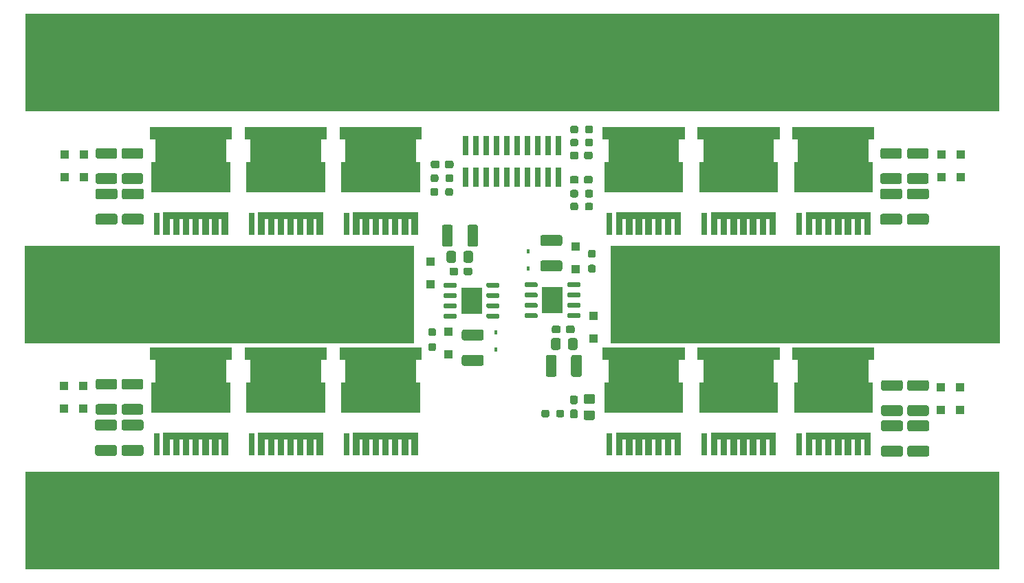
<source format=gts>
G04 #@! TF.GenerationSoftware,KiCad,Pcbnew,5.1.9*
G04 #@! TF.CreationDate,2021-04-12T02:39:58-03:00*
G04 #@! TF.ProjectId,Switches,53776974-6368-4657-932e-6b696361645f,rev?*
G04 #@! TF.SameCoordinates,Original*
G04 #@! TF.FileFunction,Soldermask,Top*
G04 #@! TF.FilePolarity,Negative*
%FSLAX46Y46*%
G04 Gerber Fmt 4.6, Leading zero omitted, Abs format (unit mm)*
G04 Created by KiCad (PCBNEW 5.1.9) date 2021-04-12 02:39:58*
%MOMM*%
%LPD*%
G01*
G04 APERTURE LIST*
%ADD10R,0.800000X2.800000*%
%ADD11C,0.100000*%
%ADD12R,1.100000X1.100000*%
%ADD13R,120.000000X12.000000*%
%ADD14C,5.000000*%
%ADD15R,48.000000X12.000000*%
%ADD16R,2.514000X3.200000*%
%ADD17R,0.450000X0.600000*%
%ADD18R,0.740000X2.400000*%
G04 APERTURE END LIST*
D10*
X197600000Y-119900000D03*
D11*
G36*
X206400000Y-118500000D02*
G01*
X206400000Y-121300000D01*
X205600000Y-121300000D01*
X205600000Y-119300000D01*
X205200000Y-119300000D01*
X205200000Y-121300000D01*
X204400000Y-121300000D01*
X204400000Y-119300000D01*
X204000000Y-119300000D01*
X204000000Y-121300000D01*
X203200000Y-121300000D01*
X203200000Y-119300000D01*
X202800000Y-119300000D01*
X202800000Y-121300000D01*
X202000000Y-121300000D01*
X202000000Y-119300000D01*
X201600000Y-119300000D01*
X201600000Y-121300000D01*
X200800000Y-121300000D01*
X200800000Y-119300000D01*
X200400000Y-119300000D01*
X200400000Y-121300000D01*
X199600000Y-121300000D01*
X199600000Y-119300000D01*
X199200000Y-119300000D01*
X199200000Y-121300000D01*
X198400000Y-121300000D01*
X198400000Y-118500000D01*
X206400000Y-118500000D01*
G37*
G36*
X206850000Y-108000000D02*
G01*
X206850000Y-109500000D01*
X206150000Y-109500000D01*
X206150000Y-112300000D01*
X206650000Y-112300000D01*
X206650000Y-116000000D01*
X196950000Y-116000000D01*
X196950000Y-112300000D01*
X197450000Y-112300000D01*
X197450000Y-109500000D01*
X196750000Y-109500000D01*
X196750000Y-108000000D01*
X206850000Y-108000000D01*
G37*
D10*
X185925000Y-119900000D03*
D11*
G36*
X194725000Y-118500000D02*
G01*
X194725000Y-121300000D01*
X193925000Y-121300000D01*
X193925000Y-119300000D01*
X193525000Y-119300000D01*
X193525000Y-121300000D01*
X192725000Y-121300000D01*
X192725000Y-119300000D01*
X192325000Y-119300000D01*
X192325000Y-121300000D01*
X191525000Y-121300000D01*
X191525000Y-119300000D01*
X191125000Y-119300000D01*
X191125000Y-121300000D01*
X190325000Y-121300000D01*
X190325000Y-119300000D01*
X189925000Y-119300000D01*
X189925000Y-121300000D01*
X189125000Y-121300000D01*
X189125000Y-119300000D01*
X188725000Y-119300000D01*
X188725000Y-121300000D01*
X187925000Y-121300000D01*
X187925000Y-119300000D01*
X187525000Y-119300000D01*
X187525000Y-121300000D01*
X186725000Y-121300000D01*
X186725000Y-118500000D01*
X194725000Y-118500000D01*
G37*
G36*
X195175000Y-108000000D02*
G01*
X195175000Y-109500000D01*
X194475000Y-109500000D01*
X194475000Y-112300000D01*
X194975000Y-112300000D01*
X194975000Y-116000000D01*
X185275000Y-116000000D01*
X185275000Y-112300000D01*
X185775000Y-112300000D01*
X185775000Y-109500000D01*
X185075000Y-109500000D01*
X185075000Y-108000000D01*
X195175000Y-108000000D01*
G37*
D10*
X174250000Y-119900000D03*
D11*
G36*
X183050000Y-118500000D02*
G01*
X183050000Y-121300000D01*
X182250000Y-121300000D01*
X182250000Y-119300000D01*
X181850000Y-119300000D01*
X181850000Y-121300000D01*
X181050000Y-121300000D01*
X181050000Y-119300000D01*
X180650000Y-119300000D01*
X180650000Y-121300000D01*
X179850000Y-121300000D01*
X179850000Y-119300000D01*
X179450000Y-119300000D01*
X179450000Y-121300000D01*
X178650000Y-121300000D01*
X178650000Y-119300000D01*
X178250000Y-119300000D01*
X178250000Y-121300000D01*
X177450000Y-121300000D01*
X177450000Y-119300000D01*
X177050000Y-119300000D01*
X177050000Y-121300000D01*
X176250000Y-121300000D01*
X176250000Y-119300000D01*
X175850000Y-119300000D01*
X175850000Y-121300000D01*
X175050000Y-121300000D01*
X175050000Y-118500000D01*
X183050000Y-118500000D01*
G37*
G36*
X183500000Y-108000000D02*
G01*
X183500000Y-109500000D01*
X182800000Y-109500000D01*
X182800000Y-112300000D01*
X183300000Y-112300000D01*
X183300000Y-116000000D01*
X173600000Y-116000000D01*
X173600000Y-112300000D01*
X174100000Y-112300000D01*
X174100000Y-109500000D01*
X173400000Y-109500000D01*
X173400000Y-108000000D01*
X183500000Y-108000000D01*
G37*
D10*
X141850000Y-119900000D03*
D11*
G36*
X150650000Y-118500000D02*
G01*
X150650000Y-121300000D01*
X149850000Y-121300000D01*
X149850000Y-119300000D01*
X149450000Y-119300000D01*
X149450000Y-121300000D01*
X148650000Y-121300000D01*
X148650000Y-119300000D01*
X148250000Y-119300000D01*
X148250000Y-121300000D01*
X147450000Y-121300000D01*
X147450000Y-119300000D01*
X147050000Y-119300000D01*
X147050000Y-121300000D01*
X146250000Y-121300000D01*
X146250000Y-119300000D01*
X145850000Y-119300000D01*
X145850000Y-121300000D01*
X145050000Y-121300000D01*
X145050000Y-119300000D01*
X144650000Y-119300000D01*
X144650000Y-121300000D01*
X143850000Y-121300000D01*
X143850000Y-119300000D01*
X143450000Y-119300000D01*
X143450000Y-121300000D01*
X142650000Y-121300000D01*
X142650000Y-118500000D01*
X150650000Y-118500000D01*
G37*
G36*
X151100000Y-108000000D02*
G01*
X151100000Y-109500000D01*
X150400000Y-109500000D01*
X150400000Y-112300000D01*
X150900000Y-112300000D01*
X150900000Y-116000000D01*
X141200000Y-116000000D01*
X141200000Y-112300000D01*
X141700000Y-112300000D01*
X141700000Y-109500000D01*
X141000000Y-109500000D01*
X141000000Y-108000000D01*
X151100000Y-108000000D01*
G37*
D10*
X130175000Y-119900000D03*
D11*
G36*
X138975000Y-118500000D02*
G01*
X138975000Y-121300000D01*
X138175000Y-121300000D01*
X138175000Y-119300000D01*
X137775000Y-119300000D01*
X137775000Y-121300000D01*
X136975000Y-121300000D01*
X136975000Y-119300000D01*
X136575000Y-119300000D01*
X136575000Y-121300000D01*
X135775000Y-121300000D01*
X135775000Y-119300000D01*
X135375000Y-119300000D01*
X135375000Y-121300000D01*
X134575000Y-121300000D01*
X134575000Y-119300000D01*
X134175000Y-119300000D01*
X134175000Y-121300000D01*
X133375000Y-121300000D01*
X133375000Y-119300000D01*
X132975000Y-119300000D01*
X132975000Y-121300000D01*
X132175000Y-121300000D01*
X132175000Y-119300000D01*
X131775000Y-119300000D01*
X131775000Y-121300000D01*
X130975000Y-121300000D01*
X130975000Y-118500000D01*
X138975000Y-118500000D01*
G37*
G36*
X139425000Y-108000000D02*
G01*
X139425000Y-109500000D01*
X138725000Y-109500000D01*
X138725000Y-112300000D01*
X139225000Y-112300000D01*
X139225000Y-116000000D01*
X129525000Y-116000000D01*
X129525000Y-112300000D01*
X130025000Y-112300000D01*
X130025000Y-109500000D01*
X129325000Y-109500000D01*
X129325000Y-108000000D01*
X139425000Y-108000000D01*
G37*
D10*
X118500000Y-119900000D03*
D11*
G36*
X127300000Y-118500000D02*
G01*
X127300000Y-121300000D01*
X126500000Y-121300000D01*
X126500000Y-119300000D01*
X126100000Y-119300000D01*
X126100000Y-121300000D01*
X125300000Y-121300000D01*
X125300000Y-119300000D01*
X124900000Y-119300000D01*
X124900000Y-121300000D01*
X124100000Y-121300000D01*
X124100000Y-119300000D01*
X123700000Y-119300000D01*
X123700000Y-121300000D01*
X122900000Y-121300000D01*
X122900000Y-119300000D01*
X122500000Y-119300000D01*
X122500000Y-121300000D01*
X121700000Y-121300000D01*
X121700000Y-119300000D01*
X121300000Y-119300000D01*
X121300000Y-121300000D01*
X120500000Y-121300000D01*
X120500000Y-119300000D01*
X120100000Y-119300000D01*
X120100000Y-121300000D01*
X119300000Y-121300000D01*
X119300000Y-118500000D01*
X127300000Y-118500000D01*
G37*
G36*
X127750000Y-108000000D02*
G01*
X127750000Y-109500000D01*
X127050000Y-109500000D01*
X127050000Y-112300000D01*
X127550000Y-112300000D01*
X127550000Y-116000000D01*
X117850000Y-116000000D01*
X117850000Y-112300000D01*
X118350000Y-112300000D01*
X118350000Y-109500000D01*
X117650000Y-109500000D01*
X117650000Y-108000000D01*
X127750000Y-108000000D01*
G37*
D10*
X197600000Y-92700000D03*
D11*
G36*
X206400000Y-91300000D02*
G01*
X206400000Y-94100000D01*
X205600000Y-94100000D01*
X205600000Y-92100000D01*
X205200000Y-92100000D01*
X205200000Y-94100000D01*
X204400000Y-94100000D01*
X204400000Y-92100000D01*
X204000000Y-92100000D01*
X204000000Y-94100000D01*
X203200000Y-94100000D01*
X203200000Y-92100000D01*
X202800000Y-92100000D01*
X202800000Y-94100000D01*
X202000000Y-94100000D01*
X202000000Y-92100000D01*
X201600000Y-92100000D01*
X201600000Y-94100000D01*
X200800000Y-94100000D01*
X200800000Y-92100000D01*
X200400000Y-92100000D01*
X200400000Y-94100000D01*
X199600000Y-94100000D01*
X199600000Y-92100000D01*
X199200000Y-92100000D01*
X199200000Y-94100000D01*
X198400000Y-94100000D01*
X198400000Y-91300000D01*
X206400000Y-91300000D01*
G37*
G36*
X206850000Y-80800000D02*
G01*
X206850000Y-82300000D01*
X206150000Y-82300000D01*
X206150000Y-85100000D01*
X206650000Y-85100000D01*
X206650000Y-88800000D01*
X196950000Y-88800000D01*
X196950000Y-85100000D01*
X197450000Y-85100000D01*
X197450000Y-82300000D01*
X196750000Y-82300000D01*
X196750000Y-80800000D01*
X206850000Y-80800000D01*
G37*
D10*
X185925000Y-92700000D03*
D11*
G36*
X194725000Y-91300000D02*
G01*
X194725000Y-94100000D01*
X193925000Y-94100000D01*
X193925000Y-92100000D01*
X193525000Y-92100000D01*
X193525000Y-94100000D01*
X192725000Y-94100000D01*
X192725000Y-92100000D01*
X192325000Y-92100000D01*
X192325000Y-94100000D01*
X191525000Y-94100000D01*
X191525000Y-92100000D01*
X191125000Y-92100000D01*
X191125000Y-94100000D01*
X190325000Y-94100000D01*
X190325000Y-92100000D01*
X189925000Y-92100000D01*
X189925000Y-94100000D01*
X189125000Y-94100000D01*
X189125000Y-92100000D01*
X188725000Y-92100000D01*
X188725000Y-94100000D01*
X187925000Y-94100000D01*
X187925000Y-92100000D01*
X187525000Y-92100000D01*
X187525000Y-94100000D01*
X186725000Y-94100000D01*
X186725000Y-91300000D01*
X194725000Y-91300000D01*
G37*
G36*
X195175000Y-80800000D02*
G01*
X195175000Y-82300000D01*
X194475000Y-82300000D01*
X194475000Y-85100000D01*
X194975000Y-85100000D01*
X194975000Y-88800000D01*
X185275000Y-88800000D01*
X185275000Y-85100000D01*
X185775000Y-85100000D01*
X185775000Y-82300000D01*
X185075000Y-82300000D01*
X185075000Y-80800000D01*
X195175000Y-80800000D01*
G37*
D10*
X174250000Y-92700000D03*
D11*
G36*
X183050000Y-91300000D02*
G01*
X183050000Y-94100000D01*
X182250000Y-94100000D01*
X182250000Y-92100000D01*
X181850000Y-92100000D01*
X181850000Y-94100000D01*
X181050000Y-94100000D01*
X181050000Y-92100000D01*
X180650000Y-92100000D01*
X180650000Y-94100000D01*
X179850000Y-94100000D01*
X179850000Y-92100000D01*
X179450000Y-92100000D01*
X179450000Y-94100000D01*
X178650000Y-94100000D01*
X178650000Y-92100000D01*
X178250000Y-92100000D01*
X178250000Y-94100000D01*
X177450000Y-94100000D01*
X177450000Y-92100000D01*
X177050000Y-92100000D01*
X177050000Y-94100000D01*
X176250000Y-94100000D01*
X176250000Y-92100000D01*
X175850000Y-92100000D01*
X175850000Y-94100000D01*
X175050000Y-94100000D01*
X175050000Y-91300000D01*
X183050000Y-91300000D01*
G37*
G36*
X183500000Y-80800000D02*
G01*
X183500000Y-82300000D01*
X182800000Y-82300000D01*
X182800000Y-85100000D01*
X183300000Y-85100000D01*
X183300000Y-88800000D01*
X173600000Y-88800000D01*
X173600000Y-85100000D01*
X174100000Y-85100000D01*
X174100000Y-82300000D01*
X173400000Y-82300000D01*
X173400000Y-80800000D01*
X183500000Y-80800000D01*
G37*
D10*
X141850000Y-92700000D03*
D11*
G36*
X150650000Y-91300000D02*
G01*
X150650000Y-94100000D01*
X149850000Y-94100000D01*
X149850000Y-92100000D01*
X149450000Y-92100000D01*
X149450000Y-94100000D01*
X148650000Y-94100000D01*
X148650000Y-92100000D01*
X148250000Y-92100000D01*
X148250000Y-94100000D01*
X147450000Y-94100000D01*
X147450000Y-92100000D01*
X147050000Y-92100000D01*
X147050000Y-94100000D01*
X146250000Y-94100000D01*
X146250000Y-92100000D01*
X145850000Y-92100000D01*
X145850000Y-94100000D01*
X145050000Y-94100000D01*
X145050000Y-92100000D01*
X144650000Y-92100000D01*
X144650000Y-94100000D01*
X143850000Y-94100000D01*
X143850000Y-92100000D01*
X143450000Y-92100000D01*
X143450000Y-94100000D01*
X142650000Y-94100000D01*
X142650000Y-91300000D01*
X150650000Y-91300000D01*
G37*
G36*
X151100000Y-80800000D02*
G01*
X151100000Y-82300000D01*
X150400000Y-82300000D01*
X150400000Y-85100000D01*
X150900000Y-85100000D01*
X150900000Y-88800000D01*
X141200000Y-88800000D01*
X141200000Y-85100000D01*
X141700000Y-85100000D01*
X141700000Y-82300000D01*
X141000000Y-82300000D01*
X141000000Y-80800000D01*
X151100000Y-80800000D01*
G37*
D10*
X130175000Y-92700000D03*
D11*
G36*
X138975000Y-91300000D02*
G01*
X138975000Y-94100000D01*
X138175000Y-94100000D01*
X138175000Y-92100000D01*
X137775000Y-92100000D01*
X137775000Y-94100000D01*
X136975000Y-94100000D01*
X136975000Y-92100000D01*
X136575000Y-92100000D01*
X136575000Y-94100000D01*
X135775000Y-94100000D01*
X135775000Y-92100000D01*
X135375000Y-92100000D01*
X135375000Y-94100000D01*
X134575000Y-94100000D01*
X134575000Y-92100000D01*
X134175000Y-92100000D01*
X134175000Y-94100000D01*
X133375000Y-94100000D01*
X133375000Y-92100000D01*
X132975000Y-92100000D01*
X132975000Y-94100000D01*
X132175000Y-94100000D01*
X132175000Y-92100000D01*
X131775000Y-92100000D01*
X131775000Y-94100000D01*
X130975000Y-94100000D01*
X130975000Y-91300000D01*
X138975000Y-91300000D01*
G37*
G36*
X139425000Y-80800000D02*
G01*
X139425000Y-82300000D01*
X138725000Y-82300000D01*
X138725000Y-85100000D01*
X139225000Y-85100000D01*
X139225000Y-88800000D01*
X129525000Y-88800000D01*
X129525000Y-85100000D01*
X130025000Y-85100000D01*
X130025000Y-82300000D01*
X129325000Y-82300000D01*
X129325000Y-80800000D01*
X139425000Y-80800000D01*
G37*
D10*
X118500000Y-92700000D03*
D11*
G36*
X127300000Y-91300000D02*
G01*
X127300000Y-94100000D01*
X126500000Y-94100000D01*
X126500000Y-92100000D01*
X126100000Y-92100000D01*
X126100000Y-94100000D01*
X125300000Y-94100000D01*
X125300000Y-92100000D01*
X124900000Y-92100000D01*
X124900000Y-94100000D01*
X124100000Y-94100000D01*
X124100000Y-92100000D01*
X123700000Y-92100000D01*
X123700000Y-94100000D01*
X122900000Y-94100000D01*
X122900000Y-92100000D01*
X122500000Y-92100000D01*
X122500000Y-94100000D01*
X121700000Y-94100000D01*
X121700000Y-92100000D01*
X121300000Y-92100000D01*
X121300000Y-94100000D01*
X120500000Y-94100000D01*
X120500000Y-92100000D01*
X120100000Y-92100000D01*
X120100000Y-94100000D01*
X119300000Y-94100000D01*
X119300000Y-91300000D01*
X127300000Y-91300000D01*
G37*
G36*
X127750000Y-80800000D02*
G01*
X127750000Y-82300000D01*
X127050000Y-82300000D01*
X127050000Y-85100000D01*
X127550000Y-85100000D01*
X127550000Y-88800000D01*
X117850000Y-88800000D01*
X117850000Y-85100000D01*
X118350000Y-85100000D01*
X118350000Y-82300000D01*
X117650000Y-82300000D01*
X117650000Y-80800000D01*
X127750000Y-80800000D01*
G37*
G36*
G01*
X211145000Y-115100000D02*
X213295000Y-115100000D01*
G75*
G02*
X213545000Y-115350000I0J-250000D01*
G01*
X213545000Y-116150000D01*
G75*
G02*
X213295000Y-116400000I-250000J0D01*
G01*
X211145000Y-116400000D01*
G75*
G02*
X210895000Y-116150000I0J250000D01*
G01*
X210895000Y-115350000D01*
G75*
G02*
X211145000Y-115100000I250000J0D01*
G01*
G37*
G36*
G01*
X211145000Y-112000000D02*
X213295000Y-112000000D01*
G75*
G02*
X213545000Y-112250000I0J-250000D01*
G01*
X213545000Y-113050000D01*
G75*
G02*
X213295000Y-113300000I-250000J0D01*
G01*
X211145000Y-113300000D01*
G75*
G02*
X210895000Y-113050000I0J250000D01*
G01*
X210895000Y-112250000D01*
G75*
G02*
X211145000Y-112000000I250000J0D01*
G01*
G37*
G36*
G01*
X207925000Y-115100000D02*
X210075000Y-115100000D01*
G75*
G02*
X210325000Y-115350000I0J-250000D01*
G01*
X210325000Y-116150000D01*
G75*
G02*
X210075000Y-116400000I-250000J0D01*
G01*
X207925000Y-116400000D01*
G75*
G02*
X207675000Y-116150000I0J250000D01*
G01*
X207675000Y-115350000D01*
G75*
G02*
X207925000Y-115100000I250000J0D01*
G01*
G37*
G36*
G01*
X207925000Y-112000000D02*
X210075000Y-112000000D01*
G75*
G02*
X210325000Y-112250000I0J-250000D01*
G01*
X210325000Y-113050000D01*
G75*
G02*
X210075000Y-113300000I-250000J0D01*
G01*
X207925000Y-113300000D01*
G75*
G02*
X207675000Y-113050000I0J250000D01*
G01*
X207675000Y-112250000D01*
G75*
G02*
X207925000Y-112000000I250000J0D01*
G01*
G37*
G36*
G01*
X111225000Y-114950000D02*
X113375000Y-114950000D01*
G75*
G02*
X113625000Y-115200000I0J-250000D01*
G01*
X113625000Y-116000000D01*
G75*
G02*
X113375000Y-116250000I-250000J0D01*
G01*
X111225000Y-116250000D01*
G75*
G02*
X110975000Y-116000000I0J250000D01*
G01*
X110975000Y-115200000D01*
G75*
G02*
X111225000Y-114950000I250000J0D01*
G01*
G37*
G36*
G01*
X111225000Y-111850000D02*
X113375000Y-111850000D01*
G75*
G02*
X113625000Y-112100000I0J-250000D01*
G01*
X113625000Y-112900000D01*
G75*
G02*
X113375000Y-113150000I-250000J0D01*
G01*
X111225000Y-113150000D01*
G75*
G02*
X110975000Y-112900000I0J250000D01*
G01*
X110975000Y-112100000D01*
G75*
G02*
X111225000Y-111850000I250000J0D01*
G01*
G37*
G36*
G01*
X114425000Y-114950000D02*
X116575000Y-114950000D01*
G75*
G02*
X116825000Y-115200000I0J-250000D01*
G01*
X116825000Y-116000000D01*
G75*
G02*
X116575000Y-116250000I-250000J0D01*
G01*
X114425000Y-116250000D01*
G75*
G02*
X114175000Y-116000000I0J250000D01*
G01*
X114175000Y-115200000D01*
G75*
G02*
X114425000Y-114950000I250000J0D01*
G01*
G37*
G36*
G01*
X114425000Y-111850000D02*
X116575000Y-111850000D01*
G75*
G02*
X116825000Y-112100000I0J-250000D01*
G01*
X116825000Y-112900000D01*
G75*
G02*
X116575000Y-113150000I-250000J0D01*
G01*
X114425000Y-113150000D01*
G75*
G02*
X114175000Y-112900000I0J250000D01*
G01*
X114175000Y-112100000D01*
G75*
G02*
X114425000Y-111850000I250000J0D01*
G01*
G37*
G36*
G01*
X211125000Y-86500000D02*
X213275000Y-86500000D01*
G75*
G02*
X213525000Y-86750000I0J-250000D01*
G01*
X213525000Y-87550000D01*
G75*
G02*
X213275000Y-87800000I-250000J0D01*
G01*
X211125000Y-87800000D01*
G75*
G02*
X210875000Y-87550000I0J250000D01*
G01*
X210875000Y-86750000D01*
G75*
G02*
X211125000Y-86500000I250000J0D01*
G01*
G37*
G36*
G01*
X211125000Y-83400000D02*
X213275000Y-83400000D01*
G75*
G02*
X213525000Y-83650000I0J-250000D01*
G01*
X213525000Y-84450000D01*
G75*
G02*
X213275000Y-84700000I-250000J0D01*
G01*
X211125000Y-84700000D01*
G75*
G02*
X210875000Y-84450000I0J250000D01*
G01*
X210875000Y-83650000D01*
G75*
G02*
X211125000Y-83400000I250000J0D01*
G01*
G37*
G36*
G01*
X111225000Y-86500000D02*
X113375000Y-86500000D01*
G75*
G02*
X113625000Y-86750000I0J-250000D01*
G01*
X113625000Y-87550000D01*
G75*
G02*
X113375000Y-87800000I-250000J0D01*
G01*
X111225000Y-87800000D01*
G75*
G02*
X110975000Y-87550000I0J250000D01*
G01*
X110975000Y-86750000D01*
G75*
G02*
X111225000Y-86500000I250000J0D01*
G01*
G37*
G36*
G01*
X111225000Y-83400000D02*
X113375000Y-83400000D01*
G75*
G02*
X113625000Y-83650000I0J-250000D01*
G01*
X113625000Y-84450000D01*
G75*
G02*
X113375000Y-84700000I-250000J0D01*
G01*
X111225000Y-84700000D01*
G75*
G02*
X110975000Y-84450000I0J250000D01*
G01*
X110975000Y-83650000D01*
G75*
G02*
X111225000Y-83400000I250000J0D01*
G01*
G37*
G36*
G01*
X114425000Y-86500000D02*
X116575000Y-86500000D01*
G75*
G02*
X116825000Y-86750000I0J-250000D01*
G01*
X116825000Y-87550000D01*
G75*
G02*
X116575000Y-87800000I-250000J0D01*
G01*
X114425000Y-87800000D01*
G75*
G02*
X114175000Y-87550000I0J250000D01*
G01*
X114175000Y-86750000D01*
G75*
G02*
X114425000Y-86500000I250000J0D01*
G01*
G37*
G36*
G01*
X114425000Y-83400000D02*
X116575000Y-83400000D01*
G75*
G02*
X116825000Y-83650000I0J-250000D01*
G01*
X116825000Y-84450000D01*
G75*
G02*
X116575000Y-84700000I-250000J0D01*
G01*
X114425000Y-84700000D01*
G75*
G02*
X114175000Y-84450000I0J250000D01*
G01*
X114175000Y-83650000D01*
G75*
G02*
X114425000Y-83400000I250000J0D01*
G01*
G37*
D12*
X217400000Y-112850000D03*
X217400000Y-115650000D03*
X215050000Y-112850000D03*
X215050000Y-115650000D03*
X109450000Y-112750000D03*
X109450000Y-115550000D03*
X107100000Y-112750000D03*
X107100000Y-115550000D03*
X217500000Y-84200000D03*
X217500000Y-87000000D03*
X215100000Y-84200000D03*
X215100000Y-87000000D03*
X109500000Y-84150000D03*
X109500000Y-86950000D03*
X107150000Y-84150000D03*
X107150000Y-86950000D03*
G36*
G01*
X207899999Y-120100000D02*
X210100001Y-120100000D01*
G75*
G02*
X210350000Y-120349999I0J-249999D01*
G01*
X210350000Y-121175001D01*
G75*
G02*
X210100001Y-121425000I-249999J0D01*
G01*
X207899999Y-121425000D01*
G75*
G02*
X207650000Y-121175001I0J249999D01*
G01*
X207650000Y-120349999D01*
G75*
G02*
X207899999Y-120100000I249999J0D01*
G01*
G37*
G36*
G01*
X207899999Y-116975000D02*
X210100001Y-116975000D01*
G75*
G02*
X210350000Y-117224999I0J-249999D01*
G01*
X210350000Y-118050001D01*
G75*
G02*
X210100001Y-118300000I-249999J0D01*
G01*
X207899999Y-118300000D01*
G75*
G02*
X207650000Y-118050001I0J249999D01*
G01*
X207650000Y-117224999D01*
G75*
G02*
X207899999Y-116975000I249999J0D01*
G01*
G37*
G36*
G01*
X211149999Y-120100000D02*
X213350001Y-120100000D01*
G75*
G02*
X213600000Y-120349999I0J-249999D01*
G01*
X213600000Y-121175001D01*
G75*
G02*
X213350001Y-121425000I-249999J0D01*
G01*
X211149999Y-121425000D01*
G75*
G02*
X210900000Y-121175001I0J249999D01*
G01*
X210900000Y-120349999D01*
G75*
G02*
X211149999Y-120100000I249999J0D01*
G01*
G37*
G36*
G01*
X211149999Y-116975000D02*
X213350001Y-116975000D01*
G75*
G02*
X213600000Y-117224999I0J-249999D01*
G01*
X213600000Y-118050001D01*
G75*
G02*
X213350001Y-118300000I-249999J0D01*
G01*
X211149999Y-118300000D01*
G75*
G02*
X210900000Y-118050001I0J249999D01*
G01*
X210900000Y-117224999D01*
G75*
G02*
X211149999Y-116975000I249999J0D01*
G01*
G37*
G36*
G01*
X111149999Y-120000000D02*
X113350001Y-120000000D01*
G75*
G02*
X113600000Y-120249999I0J-249999D01*
G01*
X113600000Y-121075001D01*
G75*
G02*
X113350001Y-121325000I-249999J0D01*
G01*
X111149999Y-121325000D01*
G75*
G02*
X110900000Y-121075001I0J249999D01*
G01*
X110900000Y-120249999D01*
G75*
G02*
X111149999Y-120000000I249999J0D01*
G01*
G37*
G36*
G01*
X111149999Y-116875000D02*
X113350001Y-116875000D01*
G75*
G02*
X113600000Y-117124999I0J-249999D01*
G01*
X113600000Y-117950001D01*
G75*
G02*
X113350001Y-118200000I-249999J0D01*
G01*
X111149999Y-118200000D01*
G75*
G02*
X110900000Y-117950001I0J249999D01*
G01*
X110900000Y-117124999D01*
G75*
G02*
X111149999Y-116875000I249999J0D01*
G01*
G37*
G36*
G01*
X114399999Y-120000000D02*
X116600001Y-120000000D01*
G75*
G02*
X116850000Y-120249999I0J-249999D01*
G01*
X116850000Y-121075001D01*
G75*
G02*
X116600001Y-121325000I-249999J0D01*
G01*
X114399999Y-121325000D01*
G75*
G02*
X114150000Y-121075001I0J249999D01*
G01*
X114150000Y-120249999D01*
G75*
G02*
X114399999Y-120000000I249999J0D01*
G01*
G37*
G36*
G01*
X114399999Y-116875000D02*
X116600001Y-116875000D01*
G75*
G02*
X116850000Y-117124999I0J-249999D01*
G01*
X116850000Y-117950001D01*
G75*
G02*
X116600001Y-118200000I-249999J0D01*
G01*
X114399999Y-118200000D01*
G75*
G02*
X114150000Y-117950001I0J249999D01*
G01*
X114150000Y-117124999D01*
G75*
G02*
X114399999Y-116875000I249999J0D01*
G01*
G37*
G36*
G01*
X211099999Y-91500000D02*
X213300001Y-91500000D01*
G75*
G02*
X213550000Y-91749999I0J-249999D01*
G01*
X213550000Y-92575001D01*
G75*
G02*
X213300001Y-92825000I-249999J0D01*
G01*
X211099999Y-92825000D01*
G75*
G02*
X210850000Y-92575001I0J249999D01*
G01*
X210850000Y-91749999D01*
G75*
G02*
X211099999Y-91500000I249999J0D01*
G01*
G37*
G36*
G01*
X211099999Y-88375000D02*
X213300001Y-88375000D01*
G75*
G02*
X213550000Y-88624999I0J-249999D01*
G01*
X213550000Y-89450001D01*
G75*
G02*
X213300001Y-89700000I-249999J0D01*
G01*
X211099999Y-89700000D01*
G75*
G02*
X210850000Y-89450001I0J249999D01*
G01*
X210850000Y-88624999D01*
G75*
G02*
X211099999Y-88375000I249999J0D01*
G01*
G37*
G36*
G01*
X111199999Y-91500000D02*
X113400001Y-91500000D01*
G75*
G02*
X113650000Y-91749999I0J-249999D01*
G01*
X113650000Y-92575001D01*
G75*
G02*
X113400001Y-92825000I-249999J0D01*
G01*
X111199999Y-92825000D01*
G75*
G02*
X110950000Y-92575001I0J249999D01*
G01*
X110950000Y-91749999D01*
G75*
G02*
X111199999Y-91500000I249999J0D01*
G01*
G37*
G36*
G01*
X111199999Y-88375000D02*
X113400001Y-88375000D01*
G75*
G02*
X113650000Y-88624999I0J-249999D01*
G01*
X113650000Y-89450001D01*
G75*
G02*
X113400001Y-89700000I-249999J0D01*
G01*
X111199999Y-89700000D01*
G75*
G02*
X110950000Y-89450001I0J249999D01*
G01*
X110950000Y-88624999D01*
G75*
G02*
X111199999Y-88375000I249999J0D01*
G01*
G37*
G36*
G01*
X114449999Y-91500000D02*
X116650001Y-91500000D01*
G75*
G02*
X116900000Y-91749999I0J-249999D01*
G01*
X116900000Y-92575001D01*
G75*
G02*
X116650001Y-92825000I-249999J0D01*
G01*
X114449999Y-92825000D01*
G75*
G02*
X114200000Y-92575001I0J249999D01*
G01*
X114200000Y-91749999D01*
G75*
G02*
X114449999Y-91500000I249999J0D01*
G01*
G37*
G36*
G01*
X114449999Y-88375000D02*
X116650001Y-88375000D01*
G75*
G02*
X116900000Y-88624999I0J-249999D01*
G01*
X116900000Y-89450001D01*
G75*
G02*
X116650001Y-89700000I-249999J0D01*
G01*
X114449999Y-89700000D01*
G75*
G02*
X114200000Y-89450001I0J249999D01*
G01*
X114200000Y-88624999D01*
G75*
G02*
X114449999Y-88375000I249999J0D01*
G01*
G37*
D13*
X162250000Y-72800000D03*
D14*
X105650000Y-71550000D03*
X117316666Y-71550000D03*
X128983332Y-71550000D03*
X140650000Y-71550000D03*
X218850000Y-71550000D03*
X207183332Y-71550000D03*
X183850000Y-71550000D03*
X195516666Y-71550000D03*
D13*
X162250000Y-129300000D03*
D14*
X218850000Y-130550000D03*
X207183334Y-130550000D03*
X195516668Y-130550000D03*
X183850000Y-130550000D03*
X105650000Y-130550000D03*
X117316668Y-130550000D03*
X140650000Y-130550000D03*
X128983334Y-130550000D03*
D15*
X126200000Y-101450000D03*
X198300000Y-101450000D03*
G36*
G01*
X170662500Y-103900000D02*
X170662500Y-104200000D01*
G75*
G02*
X170512500Y-104350000I-150000J0D01*
G01*
X169187500Y-104350000D01*
G75*
G02*
X169037500Y-104200000I0J150000D01*
G01*
X169037500Y-103900000D01*
G75*
G02*
X169187500Y-103750000I150000J0D01*
G01*
X170512500Y-103750000D01*
G75*
G02*
X170662500Y-103900000I0J-150000D01*
G01*
G37*
G36*
G01*
X170662500Y-102630000D02*
X170662500Y-102930000D01*
G75*
G02*
X170512500Y-103080000I-150000J0D01*
G01*
X169187500Y-103080000D01*
G75*
G02*
X169037500Y-102930000I0J150000D01*
G01*
X169037500Y-102630000D01*
G75*
G02*
X169187500Y-102480000I150000J0D01*
G01*
X170512500Y-102480000D01*
G75*
G02*
X170662500Y-102630000I0J-150000D01*
G01*
G37*
G36*
G01*
X170662500Y-101360000D02*
X170662500Y-101660000D01*
G75*
G02*
X170512500Y-101810000I-150000J0D01*
G01*
X169187500Y-101810000D01*
G75*
G02*
X169037500Y-101660000I0J150000D01*
G01*
X169037500Y-101360000D01*
G75*
G02*
X169187500Y-101210000I150000J0D01*
G01*
X170512500Y-101210000D01*
G75*
G02*
X170662500Y-101360000I0J-150000D01*
G01*
G37*
G36*
G01*
X170662500Y-100090000D02*
X170662500Y-100390000D01*
G75*
G02*
X170512500Y-100540000I-150000J0D01*
G01*
X169187500Y-100540000D01*
G75*
G02*
X169037500Y-100390000I0J150000D01*
G01*
X169037500Y-100090000D01*
G75*
G02*
X169187500Y-99940000I150000J0D01*
G01*
X170512500Y-99940000D01*
G75*
G02*
X170662500Y-100090000I0J-150000D01*
G01*
G37*
G36*
G01*
X165387500Y-100090000D02*
X165387500Y-100390000D01*
G75*
G02*
X165237500Y-100540000I-150000J0D01*
G01*
X163912500Y-100540000D01*
G75*
G02*
X163762500Y-100390000I0J150000D01*
G01*
X163762500Y-100090000D01*
G75*
G02*
X163912500Y-99940000I150000J0D01*
G01*
X165237500Y-99940000D01*
G75*
G02*
X165387500Y-100090000I0J-150000D01*
G01*
G37*
G36*
G01*
X165387500Y-101360000D02*
X165387500Y-101660000D01*
G75*
G02*
X165237500Y-101810000I-150000J0D01*
G01*
X163912500Y-101810000D01*
G75*
G02*
X163762500Y-101660000I0J150000D01*
G01*
X163762500Y-101360000D01*
G75*
G02*
X163912500Y-101210000I150000J0D01*
G01*
X165237500Y-101210000D01*
G75*
G02*
X165387500Y-101360000I0J-150000D01*
G01*
G37*
G36*
G01*
X165387500Y-102630000D02*
X165387500Y-102930000D01*
G75*
G02*
X165237500Y-103080000I-150000J0D01*
G01*
X163912500Y-103080000D01*
G75*
G02*
X163762500Y-102930000I0J150000D01*
G01*
X163762500Y-102630000D01*
G75*
G02*
X163912500Y-102480000I150000J0D01*
G01*
X165237500Y-102480000D01*
G75*
G02*
X165387500Y-102630000I0J-150000D01*
G01*
G37*
G36*
G01*
X165387500Y-103900000D02*
X165387500Y-104200000D01*
G75*
G02*
X165237500Y-104350000I-150000J0D01*
G01*
X163912500Y-104350000D01*
G75*
G02*
X163762500Y-104200000I0J150000D01*
G01*
X163762500Y-103900000D01*
G75*
G02*
X163912500Y-103750000I150000J0D01*
G01*
X165237500Y-103750000D01*
G75*
G02*
X165387500Y-103900000I0J-150000D01*
G01*
G37*
D16*
X167212500Y-102145000D03*
G36*
G01*
X153800000Y-100445000D02*
X153800000Y-100145000D01*
G75*
G02*
X153950000Y-99995000I150000J0D01*
G01*
X155275000Y-99995000D01*
G75*
G02*
X155425000Y-100145000I0J-150000D01*
G01*
X155425000Y-100445000D01*
G75*
G02*
X155275000Y-100595000I-150000J0D01*
G01*
X153950000Y-100595000D01*
G75*
G02*
X153800000Y-100445000I0J150000D01*
G01*
G37*
G36*
G01*
X153800000Y-101715000D02*
X153800000Y-101415000D01*
G75*
G02*
X153950000Y-101265000I150000J0D01*
G01*
X155275000Y-101265000D01*
G75*
G02*
X155425000Y-101415000I0J-150000D01*
G01*
X155425000Y-101715000D01*
G75*
G02*
X155275000Y-101865000I-150000J0D01*
G01*
X153950000Y-101865000D01*
G75*
G02*
X153800000Y-101715000I0J150000D01*
G01*
G37*
G36*
G01*
X153800000Y-102985000D02*
X153800000Y-102685000D01*
G75*
G02*
X153950000Y-102535000I150000J0D01*
G01*
X155275000Y-102535000D01*
G75*
G02*
X155425000Y-102685000I0J-150000D01*
G01*
X155425000Y-102985000D01*
G75*
G02*
X155275000Y-103135000I-150000J0D01*
G01*
X153950000Y-103135000D01*
G75*
G02*
X153800000Y-102985000I0J150000D01*
G01*
G37*
G36*
G01*
X153800000Y-104255000D02*
X153800000Y-103955000D01*
G75*
G02*
X153950000Y-103805000I150000J0D01*
G01*
X155275000Y-103805000D01*
G75*
G02*
X155425000Y-103955000I0J-150000D01*
G01*
X155425000Y-104255000D01*
G75*
G02*
X155275000Y-104405000I-150000J0D01*
G01*
X153950000Y-104405000D01*
G75*
G02*
X153800000Y-104255000I0J150000D01*
G01*
G37*
G36*
G01*
X159075000Y-104255000D02*
X159075000Y-103955000D01*
G75*
G02*
X159225000Y-103805000I150000J0D01*
G01*
X160550000Y-103805000D01*
G75*
G02*
X160700000Y-103955000I0J-150000D01*
G01*
X160700000Y-104255000D01*
G75*
G02*
X160550000Y-104405000I-150000J0D01*
G01*
X159225000Y-104405000D01*
G75*
G02*
X159075000Y-104255000I0J150000D01*
G01*
G37*
G36*
G01*
X159075000Y-102985000D02*
X159075000Y-102685000D01*
G75*
G02*
X159225000Y-102535000I150000J0D01*
G01*
X160550000Y-102535000D01*
G75*
G02*
X160700000Y-102685000I0J-150000D01*
G01*
X160700000Y-102985000D01*
G75*
G02*
X160550000Y-103135000I-150000J0D01*
G01*
X159225000Y-103135000D01*
G75*
G02*
X159075000Y-102985000I0J150000D01*
G01*
G37*
G36*
G01*
X159075000Y-101715000D02*
X159075000Y-101415000D01*
G75*
G02*
X159225000Y-101265000I150000J0D01*
G01*
X160550000Y-101265000D01*
G75*
G02*
X160700000Y-101415000I0J-150000D01*
G01*
X160700000Y-101715000D01*
G75*
G02*
X160550000Y-101865000I-150000J0D01*
G01*
X159225000Y-101865000D01*
G75*
G02*
X159075000Y-101715000I0J150000D01*
G01*
G37*
G36*
G01*
X159075000Y-100445000D02*
X159075000Y-100145000D01*
G75*
G02*
X159225000Y-99995000I150000J0D01*
G01*
X160550000Y-99995000D01*
G75*
G02*
X160700000Y-100145000I0J-150000D01*
G01*
X160700000Y-100445000D01*
G75*
G02*
X160550000Y-100595000I-150000J0D01*
G01*
X159225000Y-100595000D01*
G75*
G02*
X159075000Y-100445000I0J150000D01*
G01*
G37*
X157250000Y-102200000D03*
G36*
G01*
X172200001Y-114925000D02*
X171299999Y-114925000D01*
G75*
G02*
X171050000Y-114675001I0J249999D01*
G01*
X171050000Y-113974999D01*
G75*
G02*
X171299999Y-113725000I249999J0D01*
G01*
X172200001Y-113725000D01*
G75*
G02*
X172450000Y-113974999I0J-249999D01*
G01*
X172450000Y-114675001D01*
G75*
G02*
X172200001Y-114925000I-249999J0D01*
G01*
G37*
G36*
G01*
X172200001Y-116925000D02*
X171299999Y-116925000D01*
G75*
G02*
X171050000Y-116675001I0J249999D01*
G01*
X171050000Y-115974999D01*
G75*
G02*
X171299999Y-115725000I249999J0D01*
G01*
X172200001Y-115725000D01*
G75*
G02*
X172450000Y-115974999I0J-249999D01*
G01*
X172450000Y-116675001D01*
G75*
G02*
X172200001Y-116925000I-249999J0D01*
G01*
G37*
G36*
G01*
X168225000Y-107070000D02*
X168225000Y-108020000D01*
G75*
G02*
X167975000Y-108270000I-250000J0D01*
G01*
X167300000Y-108270000D01*
G75*
G02*
X167050000Y-108020000I0J250000D01*
G01*
X167050000Y-107070000D01*
G75*
G02*
X167300000Y-106820000I250000J0D01*
G01*
X167975000Y-106820000D01*
G75*
G02*
X168225000Y-107070000I0J-250000D01*
G01*
G37*
G36*
G01*
X170300000Y-107070000D02*
X170300000Y-108020000D01*
G75*
G02*
X170050000Y-108270000I-250000J0D01*
G01*
X169375000Y-108270000D01*
G75*
G02*
X169125000Y-108020000I0J250000D01*
G01*
X169125000Y-107070000D01*
G75*
G02*
X169375000Y-106820000I250000J0D01*
G01*
X170050000Y-106820000D01*
G75*
G02*
X170300000Y-107070000I0J-250000D01*
G01*
G37*
G36*
G01*
X169512500Y-111345001D02*
X169512500Y-109144999D01*
G75*
G02*
X169762499Y-108895000I249999J0D01*
G01*
X170587501Y-108895000D01*
G75*
G02*
X170837500Y-109144999I0J-249999D01*
G01*
X170837500Y-111345001D01*
G75*
G02*
X170587501Y-111595000I-249999J0D01*
G01*
X169762499Y-111595000D01*
G75*
G02*
X169512500Y-111345001I0J249999D01*
G01*
G37*
G36*
G01*
X166387500Y-111345001D02*
X166387500Y-109144999D01*
G75*
G02*
X166637499Y-108895000I249999J0D01*
G01*
X167462501Y-108895000D01*
G75*
G02*
X167712500Y-109144999I0J-249999D01*
G01*
X167712500Y-111345001D01*
G75*
G02*
X167462501Y-111595000I-249999J0D01*
G01*
X166637499Y-111595000D01*
G75*
G02*
X166387500Y-111345001I0J249999D01*
G01*
G37*
G36*
G01*
X165962499Y-97245000D02*
X168162501Y-97245000D01*
G75*
G02*
X168412500Y-97494999I0J-249999D01*
G01*
X168412500Y-98320001D01*
G75*
G02*
X168162501Y-98570000I-249999J0D01*
G01*
X165962499Y-98570000D01*
G75*
G02*
X165712500Y-98320001I0J249999D01*
G01*
X165712500Y-97494999D01*
G75*
G02*
X165962499Y-97245000I249999J0D01*
G01*
G37*
G36*
G01*
X165962499Y-94120000D02*
X168162501Y-94120000D01*
G75*
G02*
X168412500Y-94369999I0J-249999D01*
G01*
X168412500Y-95195001D01*
G75*
G02*
X168162501Y-95445000I-249999J0D01*
G01*
X165962499Y-95445000D01*
G75*
G02*
X165712500Y-95195001I0J249999D01*
G01*
X165712500Y-94369999D01*
G75*
G02*
X165962499Y-94120000I249999J0D01*
G01*
G37*
G36*
G01*
X170087500Y-114975000D02*
X169612500Y-114975000D01*
G75*
G02*
X169375000Y-114737500I0J237500D01*
G01*
X169375000Y-114137500D01*
G75*
G02*
X169612500Y-113900000I237500J0D01*
G01*
X170087500Y-113900000D01*
G75*
G02*
X170325000Y-114137500I0J-237500D01*
G01*
X170325000Y-114737500D01*
G75*
G02*
X170087500Y-114975000I-237500J0D01*
G01*
G37*
G36*
G01*
X170087500Y-116700000D02*
X169612500Y-116700000D01*
G75*
G02*
X169375000Y-116462500I0J237500D01*
G01*
X169375000Y-115862500D01*
G75*
G02*
X169612500Y-115625000I237500J0D01*
G01*
X170087500Y-115625000D01*
G75*
G02*
X170325000Y-115862500I0J-237500D01*
G01*
X170325000Y-116462500D01*
G75*
G02*
X170087500Y-116700000I-237500J0D01*
G01*
G37*
G36*
G01*
X167675000Y-116362500D02*
X167675000Y-115887500D01*
G75*
G02*
X167912500Y-115650000I237500J0D01*
G01*
X168412500Y-115650000D01*
G75*
G02*
X168650000Y-115887500I0J-237500D01*
G01*
X168650000Y-116362500D01*
G75*
G02*
X168412500Y-116600000I-237500J0D01*
G01*
X167912500Y-116600000D01*
G75*
G02*
X167675000Y-116362500I0J237500D01*
G01*
G37*
G36*
G01*
X165850000Y-116362500D02*
X165850000Y-115887500D01*
G75*
G02*
X166087500Y-115650000I237500J0D01*
G01*
X166587500Y-115650000D01*
G75*
G02*
X166825000Y-115887500I0J-237500D01*
G01*
X166825000Y-116362500D01*
G75*
G02*
X166587500Y-116600000I-237500J0D01*
G01*
X166087500Y-116600000D01*
G75*
G02*
X165850000Y-116362500I0J237500D01*
G01*
G37*
D17*
X160200000Y-106150000D03*
X160200000Y-108250000D03*
G36*
G01*
X172300000Y-96920000D02*
X171825000Y-96920000D01*
G75*
G02*
X171587500Y-96682500I0J237500D01*
G01*
X171587500Y-96182500D01*
G75*
G02*
X171825000Y-95945000I237500J0D01*
G01*
X172300000Y-95945000D01*
G75*
G02*
X172537500Y-96182500I0J-237500D01*
G01*
X172537500Y-96682500D01*
G75*
G02*
X172300000Y-96920000I-237500J0D01*
G01*
G37*
G36*
G01*
X172300000Y-98745000D02*
X171825000Y-98745000D01*
G75*
G02*
X171587500Y-98507500I0J237500D01*
G01*
X171587500Y-98007500D01*
G75*
G02*
X171825000Y-97770000I237500J0D01*
G01*
X172300000Y-97770000D01*
G75*
G02*
X172537500Y-98007500I0J-237500D01*
G01*
X172537500Y-98507500D01*
G75*
G02*
X172300000Y-98745000I-237500J0D01*
G01*
G37*
G36*
G01*
X152162500Y-107425000D02*
X152637500Y-107425000D01*
G75*
G02*
X152875000Y-107662500I0J-237500D01*
G01*
X152875000Y-108162500D01*
G75*
G02*
X152637500Y-108400000I-237500J0D01*
G01*
X152162500Y-108400000D01*
G75*
G02*
X151925000Y-108162500I0J237500D01*
G01*
X151925000Y-107662500D01*
G75*
G02*
X152162500Y-107425000I237500J0D01*
G01*
G37*
G36*
G01*
X152162500Y-105600000D02*
X152637500Y-105600000D01*
G75*
G02*
X152875000Y-105837500I0J-237500D01*
G01*
X152875000Y-106337500D01*
G75*
G02*
X152637500Y-106575000I-237500J0D01*
G01*
X152162500Y-106575000D01*
G75*
G02*
X151925000Y-106337500I0J237500D01*
G01*
X151925000Y-105837500D01*
G75*
G02*
X152162500Y-105600000I237500J0D01*
G01*
G37*
X164262500Y-98195000D03*
X164262500Y-96095000D03*
D12*
X170062500Y-95545000D03*
X170062500Y-98345000D03*
X172262500Y-106900000D03*
X172262500Y-104100000D03*
X154400000Y-108800000D03*
X154400000Y-106000000D03*
X152200000Y-97400000D03*
X152200000Y-100200000D03*
G36*
G01*
X168212500Y-105507500D02*
X168212500Y-105982500D01*
G75*
G02*
X167975000Y-106220000I-237500J0D01*
G01*
X167375000Y-106220000D01*
G75*
G02*
X167137500Y-105982500I0J237500D01*
G01*
X167137500Y-105507500D01*
G75*
G02*
X167375000Y-105270000I237500J0D01*
G01*
X167975000Y-105270000D01*
G75*
G02*
X168212500Y-105507500I0J-237500D01*
G01*
G37*
G36*
G01*
X169937500Y-105507500D02*
X169937500Y-105982500D01*
G75*
G02*
X169700000Y-106220000I-237500J0D01*
G01*
X169100000Y-106220000D01*
G75*
G02*
X168862500Y-105982500I0J237500D01*
G01*
X168862500Y-105507500D01*
G75*
G02*
X169100000Y-105270000I237500J0D01*
G01*
X169700000Y-105270000D01*
G75*
G02*
X169937500Y-105507500I0J-237500D01*
G01*
G37*
G36*
G01*
X156262500Y-98837500D02*
X156262500Y-98362500D01*
G75*
G02*
X156500000Y-98125000I237500J0D01*
G01*
X157100000Y-98125000D01*
G75*
G02*
X157337500Y-98362500I0J-237500D01*
G01*
X157337500Y-98837500D01*
G75*
G02*
X157100000Y-99075000I-237500J0D01*
G01*
X156500000Y-99075000D01*
G75*
G02*
X156262500Y-98837500I0J237500D01*
G01*
G37*
G36*
G01*
X154537500Y-98837500D02*
X154537500Y-98362500D01*
G75*
G02*
X154775000Y-98125000I237500J0D01*
G01*
X155375000Y-98125000D01*
G75*
G02*
X155612500Y-98362500I0J-237500D01*
G01*
X155612500Y-98837500D01*
G75*
G02*
X155375000Y-99075000I-237500J0D01*
G01*
X154775000Y-99075000D01*
G75*
G02*
X154537500Y-98837500I0J237500D01*
G01*
G37*
G36*
G01*
X153312500Y-85162500D02*
X153312500Y-85637500D01*
G75*
G02*
X153075000Y-85875000I-237500J0D01*
G01*
X152475000Y-85875000D01*
G75*
G02*
X152237500Y-85637500I0J237500D01*
G01*
X152237500Y-85162500D01*
G75*
G02*
X152475000Y-84925000I237500J0D01*
G01*
X153075000Y-84925000D01*
G75*
G02*
X153312500Y-85162500I0J-237500D01*
G01*
G37*
G36*
G01*
X155037500Y-85162500D02*
X155037500Y-85637500D01*
G75*
G02*
X154800000Y-85875000I-237500J0D01*
G01*
X154200000Y-85875000D01*
G75*
G02*
X153962500Y-85637500I0J237500D01*
G01*
X153962500Y-85162500D01*
G75*
G02*
X154200000Y-84925000I237500J0D01*
G01*
X154800000Y-84925000D01*
G75*
G02*
X155037500Y-85162500I0J-237500D01*
G01*
G37*
G36*
G01*
X171225000Y-82937500D02*
X171225000Y-82462500D01*
G75*
G02*
X171462500Y-82225000I237500J0D01*
G01*
X171962500Y-82225000D01*
G75*
G02*
X172200000Y-82462500I0J-237500D01*
G01*
X172200000Y-82937500D01*
G75*
G02*
X171962500Y-83175000I-237500J0D01*
G01*
X171462500Y-83175000D01*
G75*
G02*
X171225000Y-82937500I0J237500D01*
G01*
G37*
G36*
G01*
X169400000Y-82937500D02*
X169400000Y-82462500D01*
G75*
G02*
X169637500Y-82225000I237500J0D01*
G01*
X170137500Y-82225000D01*
G75*
G02*
X170375000Y-82462500I0J-237500D01*
G01*
X170375000Y-82937500D01*
G75*
G02*
X170137500Y-83175000I-237500J0D01*
G01*
X169637500Y-83175000D01*
G75*
G02*
X169400000Y-82937500I0J237500D01*
G01*
G37*
G36*
G01*
X171225000Y-89237500D02*
X171225000Y-88762500D01*
G75*
G02*
X171462500Y-88525000I237500J0D01*
G01*
X171962500Y-88525000D01*
G75*
G02*
X172200000Y-88762500I0J-237500D01*
G01*
X172200000Y-89237500D01*
G75*
G02*
X171962500Y-89475000I-237500J0D01*
G01*
X171462500Y-89475000D01*
G75*
G02*
X171225000Y-89237500I0J237500D01*
G01*
G37*
G36*
G01*
X169400000Y-89237500D02*
X169400000Y-88762500D01*
G75*
G02*
X169637500Y-88525000I237500J0D01*
G01*
X170137500Y-88525000D01*
G75*
G02*
X170375000Y-88762500I0J-237500D01*
G01*
X170375000Y-89237500D01*
G75*
G02*
X170137500Y-89475000I-237500J0D01*
G01*
X169637500Y-89475000D01*
G75*
G02*
X169400000Y-89237500I0J237500D01*
G01*
G37*
G36*
G01*
X153175000Y-86862500D02*
X153175000Y-87337500D01*
G75*
G02*
X152937500Y-87575000I-237500J0D01*
G01*
X152437500Y-87575000D01*
G75*
G02*
X152200000Y-87337500I0J237500D01*
G01*
X152200000Y-86862500D01*
G75*
G02*
X152437500Y-86625000I237500J0D01*
G01*
X152937500Y-86625000D01*
G75*
G02*
X153175000Y-86862500I0J-237500D01*
G01*
G37*
G36*
G01*
X155000000Y-86862500D02*
X155000000Y-87337500D01*
G75*
G02*
X154762500Y-87575000I-237500J0D01*
G01*
X154262500Y-87575000D01*
G75*
G02*
X154025000Y-87337500I0J237500D01*
G01*
X154025000Y-86862500D01*
G75*
G02*
X154262500Y-86625000I237500J0D01*
G01*
X154762500Y-86625000D01*
G75*
G02*
X155000000Y-86862500I0J-237500D01*
G01*
G37*
G36*
G01*
X170375000Y-80862500D02*
X170375000Y-81337500D01*
G75*
G02*
X170137500Y-81575000I-237500J0D01*
G01*
X169637500Y-81575000D01*
G75*
G02*
X169400000Y-81337500I0J237500D01*
G01*
X169400000Y-80862500D01*
G75*
G02*
X169637500Y-80625000I237500J0D01*
G01*
X170137500Y-80625000D01*
G75*
G02*
X170375000Y-80862500I0J-237500D01*
G01*
G37*
G36*
G01*
X172200000Y-80862500D02*
X172200000Y-81337500D01*
G75*
G02*
X171962500Y-81575000I-237500J0D01*
G01*
X171462500Y-81575000D01*
G75*
G02*
X171225000Y-81337500I0J237500D01*
G01*
X171225000Y-80862500D01*
G75*
G02*
X171462500Y-80625000I237500J0D01*
G01*
X171962500Y-80625000D01*
G75*
G02*
X172200000Y-80862500I0J-237500D01*
G01*
G37*
G36*
G01*
X170375000Y-90362500D02*
X170375000Y-90837500D01*
G75*
G02*
X170137500Y-91075000I-237500J0D01*
G01*
X169637500Y-91075000D01*
G75*
G02*
X169400000Y-90837500I0J237500D01*
G01*
X169400000Y-90362500D01*
G75*
G02*
X169637500Y-90125000I237500J0D01*
G01*
X170137500Y-90125000D01*
G75*
G02*
X170375000Y-90362500I0J-237500D01*
G01*
G37*
G36*
G01*
X172200000Y-90362500D02*
X172200000Y-90837500D01*
G75*
G02*
X171962500Y-91075000I-237500J0D01*
G01*
X171462500Y-91075000D01*
G75*
G02*
X171225000Y-90837500I0J237500D01*
G01*
X171225000Y-90362500D01*
G75*
G02*
X171462500Y-90125000I237500J0D01*
G01*
X171962500Y-90125000D01*
G75*
G02*
X172200000Y-90362500I0J-237500D01*
G01*
G37*
G36*
G01*
X154012500Y-89037500D02*
X154012500Y-88562500D01*
G75*
G02*
X154250000Y-88325000I237500J0D01*
G01*
X154750000Y-88325000D01*
G75*
G02*
X154987500Y-88562500I0J-237500D01*
G01*
X154987500Y-89037500D01*
G75*
G02*
X154750000Y-89275000I-237500J0D01*
G01*
X154250000Y-89275000D01*
G75*
G02*
X154012500Y-89037500I0J237500D01*
G01*
G37*
G36*
G01*
X152187500Y-89037500D02*
X152187500Y-88562500D01*
G75*
G02*
X152425000Y-88325000I237500J0D01*
G01*
X152925000Y-88325000D01*
G75*
G02*
X153162500Y-88562500I0J-237500D01*
G01*
X153162500Y-89037500D01*
G75*
G02*
X152925000Y-89275000I-237500J0D01*
G01*
X152425000Y-89275000D01*
G75*
G02*
X152187500Y-89037500I0J237500D01*
G01*
G37*
G36*
G01*
X171087500Y-84537500D02*
X171087500Y-84062500D01*
G75*
G02*
X171325000Y-83825000I237500J0D01*
G01*
X171925000Y-83825000D01*
G75*
G02*
X172162500Y-84062500I0J-237500D01*
G01*
X172162500Y-84537500D01*
G75*
G02*
X171925000Y-84775000I-237500J0D01*
G01*
X171325000Y-84775000D01*
G75*
G02*
X171087500Y-84537500I0J237500D01*
G01*
G37*
G36*
G01*
X169362500Y-84537500D02*
X169362500Y-84062500D01*
G75*
G02*
X169600000Y-83825000I237500J0D01*
G01*
X170200000Y-83825000D01*
G75*
G02*
X170437500Y-84062500I0J-237500D01*
G01*
X170437500Y-84537500D01*
G75*
G02*
X170200000Y-84775000I-237500J0D01*
G01*
X169600000Y-84775000D01*
G75*
G02*
X169362500Y-84537500I0J237500D01*
G01*
G37*
G36*
G01*
X171087500Y-87537500D02*
X171087500Y-87062500D01*
G75*
G02*
X171325000Y-86825000I237500J0D01*
G01*
X171925000Y-86825000D01*
G75*
G02*
X172162500Y-87062500I0J-237500D01*
G01*
X172162500Y-87537500D01*
G75*
G02*
X171925000Y-87775000I-237500J0D01*
G01*
X171325000Y-87775000D01*
G75*
G02*
X171087500Y-87537500I0J237500D01*
G01*
G37*
G36*
G01*
X169362500Y-87537500D02*
X169362500Y-87062500D01*
G75*
G02*
X169600000Y-86825000I237500J0D01*
G01*
X170200000Y-86825000D01*
G75*
G02*
X170437500Y-87062500I0J-237500D01*
G01*
X170437500Y-87537500D01*
G75*
G02*
X170200000Y-87775000I-237500J0D01*
G01*
X169600000Y-87775000D01*
G75*
G02*
X169362500Y-87537500I0J237500D01*
G01*
G37*
G36*
G01*
X156250000Y-97275000D02*
X156250000Y-96325000D01*
G75*
G02*
X156500000Y-96075000I250000J0D01*
G01*
X157175000Y-96075000D01*
G75*
G02*
X157425000Y-96325000I0J-250000D01*
G01*
X157425000Y-97275000D01*
G75*
G02*
X157175000Y-97525000I-250000J0D01*
G01*
X156500000Y-97525000D01*
G75*
G02*
X156250000Y-97275000I0J250000D01*
G01*
G37*
G36*
G01*
X154175000Y-97275000D02*
X154175000Y-96325000D01*
G75*
G02*
X154425000Y-96075000I250000J0D01*
G01*
X155100000Y-96075000D01*
G75*
G02*
X155350000Y-96325000I0J-250000D01*
G01*
X155350000Y-97275000D01*
G75*
G02*
X155100000Y-97525000I-250000J0D01*
G01*
X154425000Y-97525000D01*
G75*
G02*
X154175000Y-97275000I0J250000D01*
G01*
G37*
G36*
G01*
X154937500Y-93099999D02*
X154937500Y-95300001D01*
G75*
G02*
X154687501Y-95550000I-249999J0D01*
G01*
X153862499Y-95550000D01*
G75*
G02*
X153612500Y-95300001I0J249999D01*
G01*
X153612500Y-93099999D01*
G75*
G02*
X153862499Y-92850000I249999J0D01*
G01*
X154687501Y-92850000D01*
G75*
G02*
X154937500Y-93099999I0J-249999D01*
G01*
G37*
G36*
G01*
X158062500Y-93099999D02*
X158062500Y-95300001D01*
G75*
G02*
X157812501Y-95550000I-249999J0D01*
G01*
X156987499Y-95550000D01*
G75*
G02*
X156737500Y-95300001I0J249999D01*
G01*
X156737500Y-93099999D01*
G75*
G02*
X156987499Y-92850000I249999J0D01*
G01*
X157812501Y-92850000D01*
G75*
G02*
X158062500Y-93099999I0J-249999D01*
G01*
G37*
G36*
G01*
X207799999Y-91500000D02*
X210000001Y-91500000D01*
G75*
G02*
X210250000Y-91749999I0J-249999D01*
G01*
X210250000Y-92575001D01*
G75*
G02*
X210000001Y-92825000I-249999J0D01*
G01*
X207799999Y-92825000D01*
G75*
G02*
X207550000Y-92575001I0J249999D01*
G01*
X207550000Y-91749999D01*
G75*
G02*
X207799999Y-91500000I249999J0D01*
G01*
G37*
G36*
G01*
X207799999Y-88375000D02*
X210000001Y-88375000D01*
G75*
G02*
X210250000Y-88624999I0J-249999D01*
G01*
X210250000Y-89450001D01*
G75*
G02*
X210000001Y-89700000I-249999J0D01*
G01*
X207799999Y-89700000D01*
G75*
G02*
X207550000Y-89450001I0J249999D01*
G01*
X207550000Y-88624999D01*
G75*
G02*
X207799999Y-88375000I249999J0D01*
G01*
G37*
D18*
X167965000Y-83100000D03*
X167965000Y-87000000D03*
X166695000Y-83100000D03*
X166695000Y-87000000D03*
X165425000Y-83100000D03*
X165425000Y-87000000D03*
X164155000Y-83100000D03*
X164155000Y-87000000D03*
X162885000Y-83100000D03*
X162885000Y-87000000D03*
X161615000Y-83100000D03*
X161615000Y-87000000D03*
X160345000Y-83100000D03*
X160345000Y-87000000D03*
X159075000Y-83100000D03*
X159075000Y-87000000D03*
X157805000Y-83100000D03*
X157805000Y-87000000D03*
X156535000Y-83100000D03*
X156535000Y-87000000D03*
G36*
G01*
X158500001Y-107100000D02*
X156299999Y-107100000D01*
G75*
G02*
X156050000Y-106850001I0J249999D01*
G01*
X156050000Y-106024999D01*
G75*
G02*
X156299999Y-105775000I249999J0D01*
G01*
X158500001Y-105775000D01*
G75*
G02*
X158750000Y-106024999I0J-249999D01*
G01*
X158750000Y-106850001D01*
G75*
G02*
X158500001Y-107100000I-249999J0D01*
G01*
G37*
G36*
G01*
X158500001Y-110225000D02*
X156299999Y-110225000D01*
G75*
G02*
X156050000Y-109975001I0J249999D01*
G01*
X156050000Y-109149999D01*
G75*
G02*
X156299999Y-108900000I249999J0D01*
G01*
X158500001Y-108900000D01*
G75*
G02*
X158750000Y-109149999I0J-249999D01*
G01*
X158750000Y-109975001D01*
G75*
G02*
X158500001Y-110225000I-249999J0D01*
G01*
G37*
G36*
G01*
X207825000Y-86500000D02*
X209975000Y-86500000D01*
G75*
G02*
X210225000Y-86750000I0J-250000D01*
G01*
X210225000Y-87550000D01*
G75*
G02*
X209975000Y-87800000I-250000J0D01*
G01*
X207825000Y-87800000D01*
G75*
G02*
X207575000Y-87550000I0J250000D01*
G01*
X207575000Y-86750000D01*
G75*
G02*
X207825000Y-86500000I250000J0D01*
G01*
G37*
G36*
G01*
X207825000Y-83400000D02*
X209975000Y-83400000D01*
G75*
G02*
X210225000Y-83650000I0J-250000D01*
G01*
X210225000Y-84450000D01*
G75*
G02*
X209975000Y-84700000I-250000J0D01*
G01*
X207825000Y-84700000D01*
G75*
G02*
X207575000Y-84450000I0J250000D01*
G01*
X207575000Y-83650000D01*
G75*
G02*
X207825000Y-83400000I250000J0D01*
G01*
G37*
M02*

</source>
